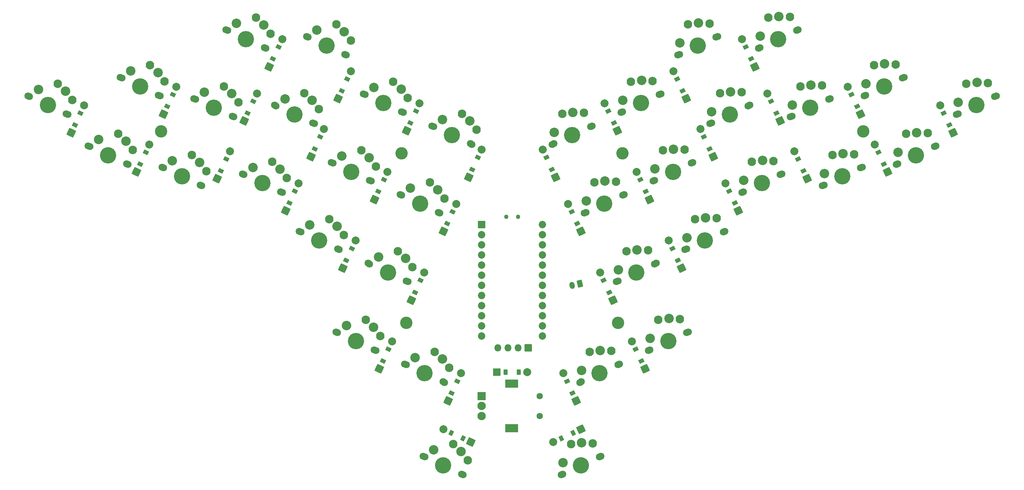
<source format=gbs>
%TF.GenerationSoftware,KiCad,Pcbnew,(5.99.0-13010-g08938463f1)*%
%TF.CreationDate,2021-12-30T23:18:33-06:00*%
%TF.ProjectId,balbuzard,62616c62-757a-4617-9264-2e6b69636164,Rev1*%
%TF.SameCoordinates,Original*%
%TF.FileFunction,Soldermask,Bot*%
%TF.FilePolarity,Negative*%
%FSLAX46Y46*%
G04 Gerber Fmt 4.6, Leading zero omitted, Abs format (unit mm)*
G04 Created by KiCad (PCBNEW (5.99.0-13010-g08938463f1)) date 2021-12-30 23:18:33*
%MOMM*%
%LPD*%
G01*
G04 APERTURE LIST*
G04 Aperture macros list*
%AMRoundRect*
0 Rectangle with rounded corners*
0 $1 Rounding radius*
0 $2 $3 $4 $5 $6 $7 $8 $9 X,Y pos of 4 corners*
0 Add a 4 corners polygon primitive as box body*
4,1,4,$2,$3,$4,$5,$6,$7,$8,$9,$2,$3,0*
0 Add four circle primitives for the rounded corners*
1,1,$1+$1,$2,$3*
1,1,$1+$1,$4,$5*
1,1,$1+$1,$6,$7*
1,1,$1+$1,$8,$9*
0 Add four rect primitives between the rounded corners*
20,1,$1+$1,$2,$3,$4,$5,0*
20,1,$1+$1,$4,$5,$6,$7,0*
20,1,$1+$1,$6,$7,$8,$9,0*
20,1,$1+$1,$8,$9,$2,$3,0*%
%AMHorizOval*
0 Thick line with rounded ends*
0 $1 width*
0 $2 $3 position (X,Y) of the first rounded end (center of the circle)*
0 $4 $5 position (X,Y) of the second rounded end (center of the circle)*
0 Add line between two ends*
20,1,$1,$2,$3,$4,$5,0*
0 Add two circle primitives to create the rounded ends*
1,1,$1,$2,$3*
1,1,$1,$4,$5*%
G04 Aperture macros list end*
%ADD10C,1.852600*%
%ADD11RoundRect,0.050000X-0.876300X0.876300X-0.876300X-0.876300X0.876300X-0.876300X0.876300X0.876300X0*%
%ADD12C,2.005000*%
%ADD13RoundRect,0.050000X0.353606X-0.661409X0.733963X0.154268X-0.353606X0.661409X-0.733963X-0.154268X0*%
%ADD14RoundRect,0.050000X0.430000X-1.181415X1.181415X0.430000X-0.430000X1.181415X-1.181415X-0.430000X0*%
%ADD15C,1.100000*%
%ADD16C,1.801800*%
%ADD17C,3.529000*%
%ADD18C,2.132000*%
%ADD19RoundRect,0.050000X-1.600000X-1.000000X1.600000X-1.000000X1.600000X1.000000X-1.600000X1.000000X0*%
%ADD20C,1.600000*%
%ADD21RoundRect,0.050000X-1.000000X-1.000000X1.000000X-1.000000X1.000000X1.000000X-1.000000X1.000000X0*%
%ADD22C,2.100000*%
%ADD23C,4.087800*%
%ADD24C,2.386000*%
%ADD25RoundRect,0.050000X0.733963X-0.154268X0.353606X0.661409X-0.733963X0.154268X-0.353606X-0.661409X0*%
%ADD26RoundRect,0.050000X1.181415X-0.430000X0.430000X1.181415X-1.181415X0.430000X-0.430000X-1.181415X0*%
%ADD27C,3.100000*%
%ADD28RoundRect,0.050000X-0.450000X-0.600000X0.450000X-0.600000X0.450000X0.600000X-0.450000X0.600000X0*%
%ADD29RoundRect,0.050000X-0.889000X-0.889000X0.889000X-0.889000X0.889000X0.889000X-0.889000X0.889000X0*%
%ADD30RoundRect,0.050000X-0.850000X-0.850000X0.850000X-0.850000X0.850000X0.850000X-0.850000X0.850000X0*%
%ADD31O,1.800000X1.800000*%
%ADD32RoundRect,0.050000X0.154268X0.733963X-0.661409X0.353606X-0.154268X-0.733963X0.661409X-0.353606X0*%
%ADD33RoundRect,0.050000X0.430000X1.181415X-1.181415X0.430000X-0.430000X-1.181415X1.181415X-0.430000X0*%
%ADD34RoundRect,0.050000X0.661409X0.353606X-0.154268X0.733963X-0.661409X-0.353606X0.154268X-0.733963X0*%
%ADD35RoundRect,0.050000X1.181415X0.430000X-0.430000X1.181415X-1.181415X-0.430000X0.430000X-1.181415X0*%
%ADD36RoundRect,0.050000X0.393414X0.963185X-0.775830X0.693244X-0.393414X-0.963185X0.775830X-0.693244X0*%
%ADD37HorizOval,1.300000X-0.056238X0.243593X0.056238X-0.243593X0*%
G04 APERTURE END LIST*
D10*
%TO.C,MCU1*%
X147500000Y-113000000D03*
X147500000Y-110460000D03*
X147500000Y-107920000D03*
X147500000Y-105380000D03*
X147500000Y-102840000D03*
X147500000Y-100300000D03*
X147500000Y-97760000D03*
X147500000Y-95220000D03*
X147500000Y-92680000D03*
X147500000Y-90140000D03*
X147500000Y-87600000D03*
X147500000Y-85060000D03*
X132260000Y-113000000D03*
X132260000Y-110460000D03*
X132260000Y-107920000D03*
X132260000Y-105380000D03*
X132260000Y-102840000D03*
X132260000Y-100300000D03*
X132260000Y-97760000D03*
X132260000Y-95220000D03*
X132260000Y-92680000D03*
X132260000Y-90140000D03*
X132260000Y-87600000D03*
D11*
X132260000Y-85060000D03*
%TD*%
D12*
%TO.C,D1*%
X32585376Y-55102267D03*
D13*
X30277880Y-60050708D03*
D14*
X29365024Y-62008333D03*
D13*
X31672520Y-57059892D03*
%TD*%
D15*
%TO.C,T1*%
X138380000Y-83030000D03*
X141380000Y-83030000D03*
%TD*%
D13*
%TO.C,D12*%
X114371580Y-59542608D03*
D12*
X116679076Y-54594167D03*
D13*
X115766220Y-56551792D03*
D14*
X113458724Y-61500233D03*
%TD*%
D16*
%TO.C,S2*%
X28482893Y-57393100D03*
D17*
X23498200Y-55068700D03*
D16*
X18513507Y-52744300D03*
D18*
X29635688Y-53737822D03*
X25991648Y-49721484D03*
%TD*%
D19*
%TO.C,ROT1*%
X139760000Y-136090000D03*
X139760000Y-124890000D03*
D20*
X146760000Y-127990000D03*
X146760000Y-132990000D03*
D21*
X132260000Y-127990000D03*
D22*
X132260000Y-132990000D03*
X132260000Y-130490000D03*
%TD*%
D16*
%TO.C,S45*%
X219241544Y-53573999D03*
X210033456Y-57867801D03*
D23*
X214637500Y-55720900D03*
D24*
X214792621Y-50043406D03*
X210111017Y-55029054D03*
%TD*%
D12*
%TO.C,D21*%
X224038024Y-50443667D03*
D25*
X226345520Y-55392108D03*
X224950880Y-52401292D03*
D26*
X227258376Y-57349733D03*
%TD*%
D16*
%TO.C,S34*%
X112957607Y-119955200D03*
X122926993Y-124604000D03*
D17*
X117942300Y-122279600D03*
D18*
X124079788Y-120948722D03*
X120435748Y-116932384D03*
%TD*%
D16*
%TO.C,S42*%
X228140507Y-52734500D03*
X238109893Y-48085700D03*
D17*
X233125200Y-50410100D03*
D18*
X236050790Y-44853039D03*
X230631752Y-45062884D03*
%TD*%
D16*
%TO.C,S3*%
X34000856Y-65483099D03*
D23*
X38604900Y-67630000D03*
D16*
X43208944Y-69776901D03*
D24*
X43053823Y-64099407D03*
X36225318Y-63717803D03*
%TD*%
D16*
%TO.C,S49*%
X197885056Y-76773301D03*
X207093144Y-72479499D03*
D23*
X202489100Y-74626400D03*
D24*
X202644221Y-68948906D03*
X197962617Y-73934554D03*
%TD*%
D16*
%TO.C,S31*%
X96118356Y-112102999D03*
X105326444Y-116396801D03*
D23*
X100722400Y-114249900D03*
D24*
X105171323Y-110719307D03*
X98342818Y-110337703D03*
%TD*%
D16*
%TO.C,S14*%
X82255493Y-76950800D03*
D17*
X77270800Y-74626400D03*
D16*
X72286107Y-72302000D03*
D18*
X83408288Y-73295522D03*
X79764248Y-69279184D03*
%TD*%
D16*
%TO.C,S72*%
X162143793Y-143091700D03*
D17*
X157159100Y-145416100D03*
D16*
X152174407Y-147740500D03*
D18*
X160084690Y-139859039D03*
X154665652Y-140068884D03*
%TD*%
D27*
%TO.C,HOLE2*%
X167573000Y-67185400D03*
%TD*%
D25*
%TO.C,D28*%
X181447820Y-93982308D03*
D12*
X179140324Y-89033867D03*
D26*
X182360676Y-95939933D03*
D25*
X180053180Y-90991492D03*
%TD*%
D16*
%TO.C,S52*%
X189474607Y-59730900D03*
X199443993Y-55082100D03*
D17*
X194459300Y-57406500D03*
D18*
X197384890Y-51849439D03*
X191965852Y-52059284D03*
%TD*%
D17*
%TO.C,S64*%
X162978000Y-79810200D03*
D16*
X167962693Y-77485800D03*
X157993307Y-82134600D03*
D18*
X165903590Y-74253139D03*
X160484552Y-74462984D03*
%TD*%
D13*
%TO.C,D4*%
X66830680Y-71578608D03*
D12*
X69138176Y-66630167D03*
D13*
X68225320Y-68587792D03*
D14*
X65917824Y-73536233D03*
%TD*%
D16*
%TO.C,S51*%
X189855256Y-59553401D03*
X199063344Y-55259599D03*
D23*
X194459300Y-57406500D03*
D24*
X194614421Y-51729006D03*
X189932817Y-56714654D03*
%TD*%
D12*
%TO.C,D26*%
X187062624Y-61065367D03*
D25*
X189370120Y-66013808D03*
D26*
X190282976Y-67971433D03*
D25*
X187975480Y-63022992D03*
%TD*%
D16*
%TO.C,S19*%
X86928256Y-86853399D03*
D23*
X91532300Y-89000300D03*
D16*
X96136344Y-91147201D03*
D24*
X95981223Y-85469707D03*
X89152718Y-85088103D03*
%TD*%
D17*
%TO.C,S20*%
X91532300Y-89000300D03*
D16*
X96516993Y-91324700D03*
X86547607Y-86675900D03*
D18*
X97669788Y-87669422D03*
X94025748Y-83653084D03*
%TD*%
D12*
%TO.C,D3*%
X55721876Y-50443667D03*
D13*
X53414380Y-55392108D03*
X54809020Y-52401292D03*
D14*
X52501524Y-57349733D03*
%TD*%
D16*
%TO.C,S32*%
X105707093Y-116574300D03*
X95737707Y-111925500D03*
D17*
X100722400Y-114249900D03*
D18*
X106859888Y-112919022D03*
X103215848Y-108902684D03*
%TD*%
D23*
%TO.C,S53*%
X186429600Y-40186700D03*
D16*
X191033644Y-38039799D03*
X181825556Y-42333601D03*
D24*
X186584721Y-34509206D03*
X181903117Y-39494854D03*
%TD*%
D17*
%TO.C,S54*%
X186429600Y-40186700D03*
D16*
X181444907Y-42511100D03*
X191414293Y-37862300D03*
D18*
X189355190Y-34629639D03*
X183936152Y-34839484D03*
%TD*%
D16*
%TO.C,S8*%
X52108007Y-70616400D03*
X62077393Y-75265200D03*
D17*
X57092700Y-72940800D03*
D18*
X63230188Y-71609922D03*
X59586148Y-67593584D03*
%TD*%
D16*
%TO.C,S18*%
X98314993Y-42511100D03*
D17*
X93330300Y-40186700D03*
D16*
X88345607Y-37862300D03*
D18*
X99467788Y-38855822D03*
X95823748Y-34839484D03*
%TD*%
D16*
%TO.C,S26*%
X113736893Y-99354400D03*
X103767507Y-94705600D03*
D17*
X108752200Y-97030000D03*
D18*
X114889688Y-95699122D03*
X111245648Y-91682784D03*
%TD*%
D12*
%TO.C,D37*%
X143690000Y-122030000D03*
D28*
X138230000Y-122030000D03*
D29*
X136070000Y-122030000D03*
D28*
X141530000Y-122030000D03*
%TD*%
D25*
%TO.C,D34*%
X172257720Y-119231908D03*
D12*
X169950224Y-114283467D03*
D25*
X170863080Y-116241092D03*
D26*
X173170576Y-121189533D03*
%TD*%
D30*
%TO.C,OLED1*%
X143930000Y-115930000D03*
D31*
X141390000Y-115930000D03*
X138850000Y-115930000D03*
X136310000Y-115930000D03*
%TD*%
D12*
%TO.C,D29*%
X171110624Y-71813967D03*
D25*
X173418120Y-76762408D03*
D26*
X174330976Y-78720033D03*
D25*
X172023480Y-73771592D03*
%TD*%
D16*
%TO.C,S37*%
X251657656Y-57215601D03*
D23*
X256261700Y-55068700D03*
D16*
X260865744Y-52921799D03*
D24*
X256416821Y-49391206D03*
X251735217Y-54376854D03*
%TD*%
D16*
%TO.C,S65*%
X159552244Y-60443399D03*
D23*
X154948200Y-62590300D03*
D16*
X150344156Y-64737201D03*
D24*
X155103321Y-56912806D03*
X150421717Y-61898454D03*
%TD*%
D16*
%TO.C,S57*%
X184801844Y-69633499D03*
X175593756Y-73927301D03*
D23*
X180197800Y-71780400D03*
D24*
X180352921Y-66102906D03*
X175671317Y-71088554D03*
%TD*%
D23*
%TO.C,S29*%
X124811700Y-62590300D03*
D16*
X120207656Y-60443399D03*
X129415744Y-64737201D03*
D24*
X129260623Y-59059707D03*
X122432118Y-58678103D03*
%TD*%
D23*
%TO.C,S39*%
X241155000Y-67630000D03*
D16*
X245759044Y-65483099D03*
X236550956Y-69776901D03*
D24*
X241310121Y-61952506D03*
X236628517Y-66938154D03*
%TD*%
D27*
%TO.C,HOLE5*%
X113347200Y-109654800D03*
%TD*%
D16*
%TO.C,S5*%
X42030656Y-48263199D03*
X51238744Y-52557001D03*
D23*
X46634700Y-50410100D03*
D24*
X51083623Y-46879507D03*
X44255118Y-46497903D03*
%TD*%
D16*
%TO.C,S25*%
X104148156Y-94883099D03*
X113356244Y-99176901D03*
D23*
X108752200Y-97030000D03*
D24*
X113201123Y-93499407D03*
X106372618Y-93117803D03*
%TD*%
D16*
%TO.C,S59*%
X167564056Y-56707501D03*
D23*
X172168100Y-54560600D03*
D16*
X176772144Y-52413699D03*
D24*
X172323221Y-48883106D03*
X167641617Y-53868754D03*
%TD*%
D12*
%TO.C,D36*%
X150219467Y-139549276D03*
D32*
X155167908Y-137241780D03*
X152177092Y-138636420D03*
D33*
X157125533Y-136328924D03*
%TD*%
D13*
%TO.C,D9*%
X97151680Y-51512808D03*
D12*
X99459176Y-46564367D03*
D13*
X98546320Y-48521992D03*
D14*
X96238824Y-53470433D03*
%TD*%
D17*
%TO.C,S70*%
X161817600Y-122279600D03*
D16*
X166802293Y-119955200D03*
X156832907Y-124604000D03*
D18*
X164743190Y-116722539D03*
X159324152Y-116932384D03*
%TD*%
D16*
%TO.C,S38*%
X251277007Y-57393100D03*
X261246393Y-52744300D03*
D17*
X256261700Y-55068700D03*
D18*
X259187290Y-49511639D03*
X253768252Y-49721484D03*
%TD*%
D16*
%TO.C,S47*%
X202003756Y-40648001D03*
X211211844Y-36354199D03*
D23*
X206607800Y-38501100D03*
D24*
X206762921Y-32823606D03*
X202081317Y-37809254D03*
%TD*%
D27*
%TO.C,HOLE6*%
X166412700Y-109654800D03*
%TD*%
D25*
%TO.C,D27*%
X182608220Y-51512808D03*
D12*
X180300724Y-46564367D03*
D25*
X181213580Y-48521992D03*
D26*
X183521076Y-53470433D03*
%TD*%
D16*
%TO.C,S27*%
X112177856Y-77663299D03*
D23*
X116781900Y-79810200D03*
D16*
X121385944Y-81957101D03*
D24*
X121230823Y-76279607D03*
X114402318Y-75898003D03*
%TD*%
D16*
%TO.C,S40*%
X236170307Y-69954400D03*
D17*
X241155000Y-67630000D03*
D16*
X246139693Y-65305600D03*
D18*
X244080590Y-62072939D03*
X238661552Y-62282784D03*
%TD*%
D12*
%TO.C,D6*%
X82239376Y-38534667D03*
D13*
X79931880Y-43483108D03*
X81326520Y-40492292D03*
D14*
X79019024Y-45440733D03*
%TD*%
D16*
%TO.C,S48*%
X201623107Y-40825500D03*
X211592493Y-36176700D03*
D17*
X206607800Y-38501100D03*
D18*
X209533390Y-32944039D03*
X204114352Y-33153884D03*
%TD*%
D12*
%TO.C,D5*%
X75900076Y-52129267D03*
D13*
X73592580Y-57077708D03*
X74987220Y-54086892D03*
D14*
X72679724Y-59035333D03*
%TD*%
D16*
%TO.C,S1*%
X18894156Y-52921799D03*
D23*
X23498200Y-55068700D03*
D16*
X28102244Y-57215601D03*
D24*
X27947123Y-51538107D03*
X21118618Y-51156503D03*
%TD*%
D16*
%TO.C,S17*%
X97934344Y-42333601D03*
X88726256Y-38039799D03*
D23*
X93330300Y-40186700D03*
D24*
X97779223Y-36656107D03*
X90950718Y-36274503D03*
%TD*%
D12*
%TO.C,D13*%
X117839376Y-97063567D03*
D13*
X115531880Y-102012008D03*
D14*
X114619024Y-103969633D03*
D13*
X116926520Y-99021192D03*
%TD*%
D25*
%TO.C,D22*%
X212929220Y-71578608D03*
D12*
X210621724Y-66630167D03*
D26*
X213842076Y-73536233D03*
D25*
X211534580Y-68587792D03*
%TD*%
D23*
%TO.C,S63*%
X162978000Y-79810200D03*
D16*
X167582044Y-77663299D03*
X158373956Y-81957101D03*
D24*
X163133121Y-74132706D03*
X158451517Y-79118354D03*
%TD*%
D34*
%TO.C,D18*%
X127582908Y-138636420D03*
D12*
X122634467Y-136328924D03*
D34*
X124592092Y-137241780D03*
D35*
X129540533Y-139549276D03*
%TD*%
D25*
%TO.C,D30*%
X165388320Y-59542608D03*
D12*
X163080824Y-54594167D03*
D25*
X163993680Y-56551792D03*
D26*
X166301176Y-61500233D03*
%TD*%
D16*
%TO.C,S10*%
X60137707Y-53396500D03*
D17*
X65122400Y-55720900D03*
D16*
X70107093Y-58045300D03*
D18*
X71259888Y-54390022D03*
X67615848Y-50373684D03*
%TD*%
D12*
%TO.C,D15*%
X132208476Y-66249167D03*
D13*
X129900980Y-71197608D03*
X131295620Y-68206792D03*
D14*
X128988124Y-73155233D03*
%TD*%
D13*
%TO.C,D7*%
X84050580Y-79608408D03*
D12*
X86358076Y-74659967D03*
D14*
X83137724Y-81566033D03*
D13*
X85445220Y-76617592D03*
%TD*%
D12*
%TO.C,D35*%
X152730424Y-122313167D03*
D25*
X155037920Y-127261608D03*
D26*
X155950776Y-129219233D03*
D25*
X153643280Y-124270792D03*
%TD*%
D17*
%TO.C,S50*%
X202489100Y-74626400D03*
D16*
X197504407Y-76950800D03*
X207473793Y-72302000D03*
D18*
X205414690Y-69069339D03*
X199995652Y-69279184D03*
%TD*%
D16*
%TO.C,S22*%
X94577407Y-69456000D03*
X104546793Y-74104800D03*
D17*
X99562100Y-71780400D03*
D18*
X105699588Y-70449522D03*
X102055548Y-66433184D03*
%TD*%
D13*
%TO.C,D8*%
X90389780Y-66013808D03*
D12*
X92697276Y-61065367D03*
D13*
X91784420Y-63022992D03*
D14*
X89476924Y-67971433D03*
%TD*%
D25*
%TO.C,D20*%
X233107420Y-69893008D03*
D12*
X230799924Y-64944567D03*
D25*
X231712780Y-66902192D03*
D26*
X234020276Y-71850633D03*
%TD*%
D17*
%TO.C,S16*%
X85300600Y-57406500D03*
D16*
X90285293Y-59730900D03*
X80315907Y-55082100D03*
D18*
X91438088Y-56075622D03*
X87794048Y-52059284D03*
%TD*%
D16*
%TO.C,S28*%
X121766593Y-82134600D03*
X111797207Y-77485800D03*
D17*
X116781900Y-79810200D03*
D18*
X122919388Y-78479322D03*
X119275348Y-74462984D03*
%TD*%
D16*
%TO.C,S21*%
X94958056Y-69633499D03*
D23*
X99562100Y-71780400D03*
D16*
X104166144Y-73927301D03*
D24*
X104011023Y-68249807D03*
X97182518Y-67868203D03*
%TD*%
D12*
%TO.C,D14*%
X125869176Y-79843767D03*
D13*
X123561680Y-84792208D03*
D14*
X122648824Y-86749833D03*
D13*
X124956320Y-81801392D03*
%TD*%
D16*
%TO.C,S35*%
X127204944Y-147563001D03*
X117996856Y-143269199D03*
D23*
X122600900Y-145416100D03*
D24*
X127049823Y-141885507D03*
X120221318Y-141503903D03*
%TD*%
D12*
%TO.C,D23*%
X203859824Y-52129267D03*
D25*
X206167320Y-57077708D03*
D26*
X207080176Y-59035333D03*
D25*
X204772680Y-54086892D03*
%TD*%
D16*
%TO.C,S6*%
X41650007Y-48085700D03*
D17*
X46634700Y-50410100D03*
D16*
X51619393Y-52734500D03*
D18*
X52772188Y-49079222D03*
X49128148Y-45062884D03*
%TD*%
D17*
%TO.C,S36*%
X122600900Y-145416100D03*
D16*
X117616207Y-143091700D03*
X127585593Y-147740500D03*
D18*
X128738388Y-144085222D03*
X125094348Y-140068884D03*
%TD*%
D23*
%TO.C,S67*%
X179037500Y-114249900D03*
D16*
X183641544Y-112102999D03*
X174433456Y-116396801D03*
D24*
X179192621Y-108572406D03*
X174511017Y-113558054D03*
%TD*%
D13*
%TO.C,D10*%
X98312080Y-93982308D03*
D12*
X100619576Y-89033867D03*
D14*
X97399224Y-95939933D03*
D13*
X99706720Y-90991492D03*
%TD*%
D23*
%TO.C,S41*%
X233125200Y-50410100D03*
D16*
X237729244Y-48263199D03*
X228521156Y-52557001D03*
D24*
X233280321Y-44732606D03*
X228598717Y-49718254D03*
%TD*%
D16*
%TO.C,S24*%
X112576493Y-56885000D03*
D17*
X107591800Y-54560600D03*
D16*
X102607107Y-52236200D03*
D18*
X113729288Y-53229722D03*
X110085248Y-49213384D03*
%TD*%
D16*
%TO.C,S23*%
X102987756Y-52413699D03*
X112195844Y-56707501D03*
D23*
X107591800Y-54560600D03*
D24*
X112040723Y-51030007D03*
X105212218Y-50648403D03*
%TD*%
D16*
%TO.C,S33*%
X122546344Y-124426501D03*
D23*
X117942300Y-122279600D03*
D16*
X113338256Y-120132699D03*
D24*
X122391223Y-118749007D03*
X115562718Y-118367403D03*
%TD*%
D27*
%TO.C,HOLE3*%
X51863700Y-61675400D03*
%TD*%
D12*
%TO.C,D33*%
X147551524Y-66249167D03*
D25*
X149859020Y-71197608D03*
X148464380Y-68206792D03*
D26*
X150771876Y-73155233D03*
%TD*%
D25*
%TO.C,D32*%
X156198220Y-84792208D03*
D12*
X153890724Y-79843767D03*
D26*
X157111076Y-86749833D03*
D25*
X154803580Y-81801392D03*
%TD*%
D23*
%TO.C,S13*%
X77270800Y-74626400D03*
D16*
X72666756Y-72479499D03*
X81874844Y-76773301D03*
D24*
X81719723Y-71095807D03*
X74891218Y-70714203D03*
%TD*%
D23*
%TO.C,S61*%
X171007700Y-97030000D03*
D16*
X175611744Y-94883099D03*
X166403656Y-99176901D03*
D24*
X171162821Y-91352506D03*
X166481217Y-96338154D03*
%TD*%
D16*
%TO.C,S55*%
X183623556Y-91147201D03*
D23*
X188227600Y-89000300D03*
D16*
X192831644Y-86853399D03*
D24*
X188382721Y-83322806D03*
X183701117Y-88308454D03*
%TD*%
D12*
%TO.C,D24*%
X197520524Y-38534667D03*
D25*
X199828020Y-43483108D03*
X198433380Y-40492292D03*
D26*
X200740876Y-45440733D03*
%TD*%
D16*
%TO.C,S44*%
X217682607Y-75265200D03*
D17*
X222667300Y-72940800D03*
D16*
X227651993Y-70616400D03*
D18*
X225592890Y-67383739D03*
X220173852Y-67593584D03*
%TD*%
D16*
%TO.C,S15*%
X80696556Y-55259599D03*
X89904644Y-59553401D03*
D23*
X85300600Y-57406500D03*
D24*
X89749523Y-53875907D03*
X82921018Y-53494303D03*
%TD*%
D16*
%TO.C,S4*%
X33620207Y-65305600D03*
X43589593Y-69954400D03*
D17*
X38604900Y-67630000D03*
D18*
X44742388Y-66299122D03*
X41098348Y-62282784D03*
%TD*%
D23*
%TO.C,S9*%
X65122400Y-55720900D03*
D16*
X60518356Y-53573999D03*
X69726444Y-57867801D03*
D24*
X69571323Y-52190307D03*
X62742818Y-51808703D03*
%TD*%
D16*
%TO.C,S58*%
X185182493Y-69456000D03*
D17*
X180197800Y-71780400D03*
D16*
X175213107Y-74104800D03*
D18*
X183123390Y-66223339D03*
X177704352Y-66433184D03*
%TD*%
D13*
%TO.C,D17*%
X124721980Y-127261608D03*
D12*
X127029476Y-122313167D03*
D14*
X123809124Y-129219233D03*
D13*
X126116620Y-124270792D03*
%TD*%
%TO.C,D16*%
X107502180Y-119231908D03*
D12*
X109809676Y-114283467D03*
D14*
X106589324Y-121189533D03*
D13*
X108896820Y-116241092D03*
%TD*%
D16*
%TO.C,S7*%
X61696744Y-75087701D03*
X52488656Y-70793899D03*
D23*
X57092700Y-72940800D03*
D24*
X61541623Y-69410207D03*
X54713118Y-69028603D03*
%TD*%
D17*
%TO.C,S68*%
X179037500Y-114249900D03*
D16*
X184022193Y-111925500D03*
X174052807Y-116574300D03*
D18*
X181963090Y-108692839D03*
X176544052Y-108902684D03*
%TD*%
D16*
%TO.C,S43*%
X218063256Y-75087701D03*
D23*
X222667300Y-72940800D03*
D16*
X227271344Y-70793899D03*
D24*
X222822421Y-67263306D03*
X218140817Y-72248954D03*
%TD*%
D36*
%TO.C,JST1*%
X156854370Y-99805049D03*
D37*
X154905630Y-100254951D03*
%TD*%
D12*
%TO.C,D2*%
X48959976Y-64944567D03*
D13*
X46652480Y-69893008D03*
X48047120Y-66902192D03*
D14*
X45739624Y-71850633D03*
%TD*%
D16*
%TO.C,S30*%
X129796393Y-64914700D03*
D17*
X124811700Y-62590300D03*
D16*
X119827007Y-60265900D03*
D18*
X130949188Y-61259422D03*
X127305148Y-57243084D03*
%TD*%
D16*
%TO.C,S56*%
X183242907Y-91324700D03*
D17*
X188227600Y-89000300D03*
D16*
X193212293Y-86675900D03*
D18*
X191153190Y-83443239D03*
X185734152Y-83653084D03*
%TD*%
D16*
%TO.C,S12*%
X68167407Y-36176700D03*
X78136793Y-40825500D03*
D17*
X73152100Y-38501100D03*
D18*
X79289588Y-37170222D03*
X75645548Y-33153884D03*
%TD*%
D27*
%TO.C,HOLE1*%
X112186900Y-67185400D03*
%TD*%
D17*
%TO.C,S60*%
X172168100Y-54560600D03*
D16*
X177152793Y-52236200D03*
X167183407Y-56885000D03*
D18*
X175093690Y-49003539D03*
X169674652Y-49213384D03*
%TD*%
D12*
%TO.C,D11*%
X108649276Y-71813967D03*
D13*
X106341780Y-76762408D03*
X107736420Y-73771592D03*
D14*
X105428924Y-78720033D03*
%TD*%
D27*
%TO.C,HOLE4*%
X227896200Y-61675400D03*
%TD*%
D25*
%TO.C,D25*%
X195709320Y-79608408D03*
D12*
X193401824Y-74659967D03*
D25*
X194314680Y-76617592D03*
D26*
X196622176Y-81566033D03*
%TD*%
D16*
%TO.C,S11*%
X68548056Y-36354199D03*
X77756144Y-40648001D03*
D23*
X73152100Y-38501100D03*
D24*
X77601023Y-34970507D03*
X70772518Y-34588903D03*
%TD*%
D25*
%TO.C,D19*%
X249482020Y-60050708D03*
D12*
X247174524Y-55102267D03*
D26*
X250394876Y-62008333D03*
D25*
X248087380Y-57059892D03*
%TD*%
D16*
%TO.C,S71*%
X161763144Y-143269199D03*
D23*
X157159100Y-145416100D03*
D16*
X152555056Y-147563001D03*
D24*
X157314221Y-139738606D03*
X152632617Y-144724254D03*
%TD*%
D17*
%TO.C,S62*%
X171007700Y-97030000D03*
D16*
X175992393Y-94705600D03*
X166023007Y-99354400D03*
D18*
X173933290Y-91472939D03*
X168514252Y-91682784D03*
%TD*%
D12*
%TO.C,D31*%
X161920524Y-97063567D03*
D25*
X164228020Y-102012008D03*
X162833380Y-99021192D03*
D26*
X165140876Y-103969633D03*
%TD*%
D16*
%TO.C,S46*%
X219622193Y-53396500D03*
X209652807Y-58045300D03*
D17*
X214637500Y-55720900D03*
D18*
X217563090Y-50163839D03*
X212144052Y-50373684D03*
%TD*%
D16*
%TO.C,S69*%
X157213556Y-124426501D03*
X166421644Y-120132699D03*
D23*
X161817600Y-122279600D03*
D24*
X161972721Y-116602106D03*
X157291117Y-121587754D03*
%TD*%
D16*
%TO.C,S66*%
X159932893Y-60265900D03*
X149963507Y-64914700D03*
D17*
X154948200Y-62590300D03*
D18*
X157873790Y-57033239D03*
X152454752Y-57243084D03*
%TD*%
M02*

</source>
